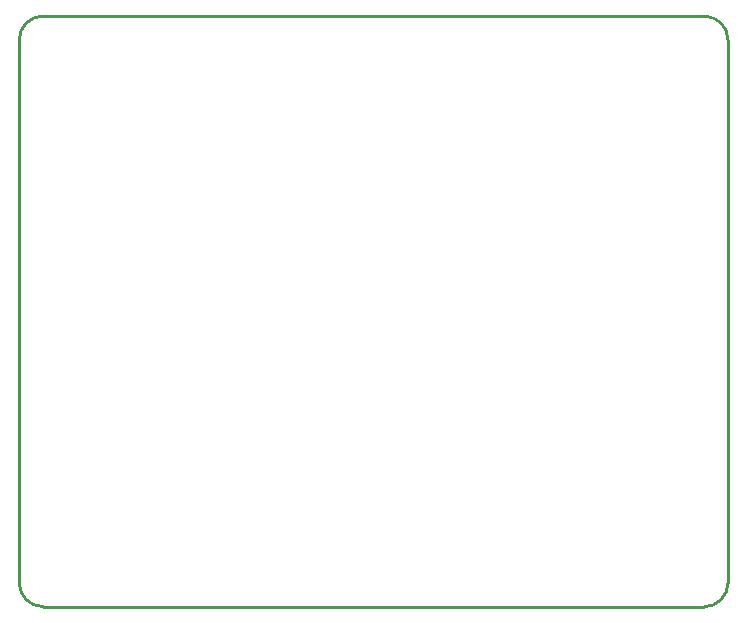
<source format=gm1>
G04*
G04 #@! TF.GenerationSoftware,Altium Limited,Altium Designer,24.3.1 (35)*
G04*
G04 Layer_Color=16711935*
%FSLAX44Y44*%
%MOMM*%
G71*
G04*
G04 #@! TF.SameCoordinates,B0F86944-5670-4C0A-BAA4-8CAD2A71EC5D*
G04*
G04*
G04 #@! TF.FilePolarity,Positive*
G04*
G01*
G75*
%ADD12C,0.2540*%
D12*
X580000D02*
G03*
X600000Y20000I-0J20000D01*
G01*
X600000Y480000D02*
G03*
X580000Y500000I-20000J0D01*
G01*
X20000Y500000D02*
G03*
X-0Y480000I-0J-20000D01*
G01*
X0Y20000D02*
G03*
X20000Y0I20000J0D01*
G01*
X600000Y480000D02*
X600000Y20000D01*
X20000Y0D02*
X580000D01*
X20000Y500000D02*
X580000D01*
X-0Y480000D02*
X0Y20000D01*
M02*

</source>
